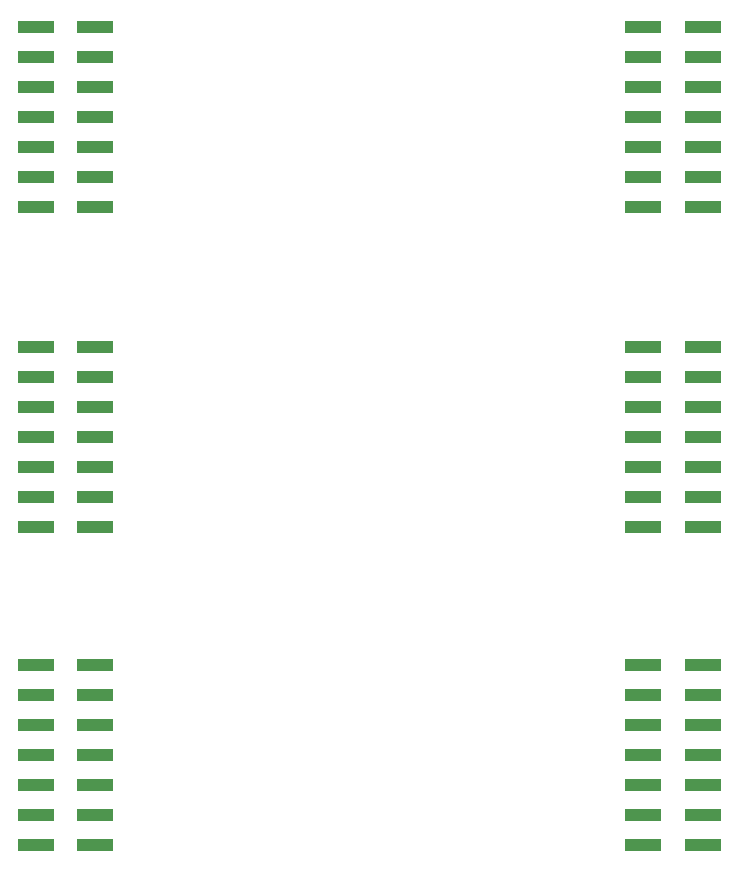
<source format=gbr>
%TF.GenerationSoftware,KiCad,Pcbnew,(5.1.6)-1*%
%TF.CreationDate,2022-05-27T14:46:48-04:00*%
%TF.ProjectId,sensor_v1,73656e73-6f72-45f7-9631-2e6b69636164,rev?*%
%TF.SameCoordinates,Original*%
%TF.FileFunction,Soldermask,Top*%
%TF.FilePolarity,Negative*%
%FSLAX46Y46*%
G04 Gerber Fmt 4.6, Leading zero omitted, Abs format (unit mm)*
G04 Created by KiCad (PCBNEW (5.1.6)-1) date 2022-05-27 14:46:48*
%MOMM*%
%LPD*%
G01*
G04 APERTURE LIST*
%ADD10R,3.100000X1.100000*%
G04 APERTURE END LIST*
D10*
%TO.C,REF\u002A\u002A*%
X149372000Y-91567000D03*
X154412000Y-91567000D03*
X149372000Y-89027000D03*
X154412000Y-89027000D03*
X149372000Y-86487000D03*
X154412000Y-86487000D03*
X149372000Y-83947000D03*
X154412000Y-83947000D03*
X149372000Y-81407000D03*
X154412000Y-81407000D03*
X149372000Y-78867000D03*
X154412000Y-78867000D03*
X149372000Y-76327000D03*
X154412000Y-76327000D03*
%TD*%
%TO.C,REF\u002A\u002A*%
X149372000Y-118491000D03*
X154412000Y-118491000D03*
X149372000Y-115951000D03*
X154412000Y-115951000D03*
X149372000Y-113411000D03*
X154412000Y-113411000D03*
X149372000Y-110871000D03*
X154412000Y-110871000D03*
X149372000Y-108331000D03*
X154412000Y-108331000D03*
X149372000Y-105791000D03*
X154412000Y-105791000D03*
X149372000Y-103251000D03*
X154412000Y-103251000D03*
%TD*%
%TO.C,REF\u002A\u002A*%
X154412000Y-49276000D03*
X149372000Y-49276000D03*
X154412000Y-51816000D03*
X149372000Y-51816000D03*
X154412000Y-54356000D03*
X149372000Y-54356000D03*
X154412000Y-56896000D03*
X149372000Y-56896000D03*
X154412000Y-59436000D03*
X149372000Y-59436000D03*
X154412000Y-61976000D03*
X149372000Y-61976000D03*
X154412000Y-64516000D03*
X149372000Y-64516000D03*
%TD*%
%TO.C,REF\u002A\u002A*%
X102977000Y-103251000D03*
X97937000Y-103251000D03*
X102977000Y-105791000D03*
X97937000Y-105791000D03*
X102977000Y-108331000D03*
X97937000Y-108331000D03*
X102977000Y-110871000D03*
X97937000Y-110871000D03*
X102977000Y-113411000D03*
X97937000Y-113411000D03*
X102977000Y-115951000D03*
X97937000Y-115951000D03*
X102977000Y-118491000D03*
X97937000Y-118491000D03*
%TD*%
%TO.C,REF\u002A\u002A*%
X102977000Y-76327000D03*
X97937000Y-76327000D03*
X102977000Y-78867000D03*
X97937000Y-78867000D03*
X102977000Y-81407000D03*
X97937000Y-81407000D03*
X102977000Y-83947000D03*
X97937000Y-83947000D03*
X102977000Y-86487000D03*
X97937000Y-86487000D03*
X102977000Y-89027000D03*
X97937000Y-89027000D03*
X102977000Y-91567000D03*
X97937000Y-91567000D03*
%TD*%
%TO.C,REF\u002A\u002A*%
X97937000Y-64516000D03*
X102977000Y-64516000D03*
X97937000Y-61976000D03*
X102977000Y-61976000D03*
X97937000Y-59436000D03*
X102977000Y-59436000D03*
X97937000Y-56896000D03*
X102977000Y-56896000D03*
X97937000Y-54356000D03*
X102977000Y-54356000D03*
X97937000Y-51816000D03*
X102977000Y-51816000D03*
X97937000Y-49276000D03*
X102977000Y-49276000D03*
%TD*%
M02*

</source>
